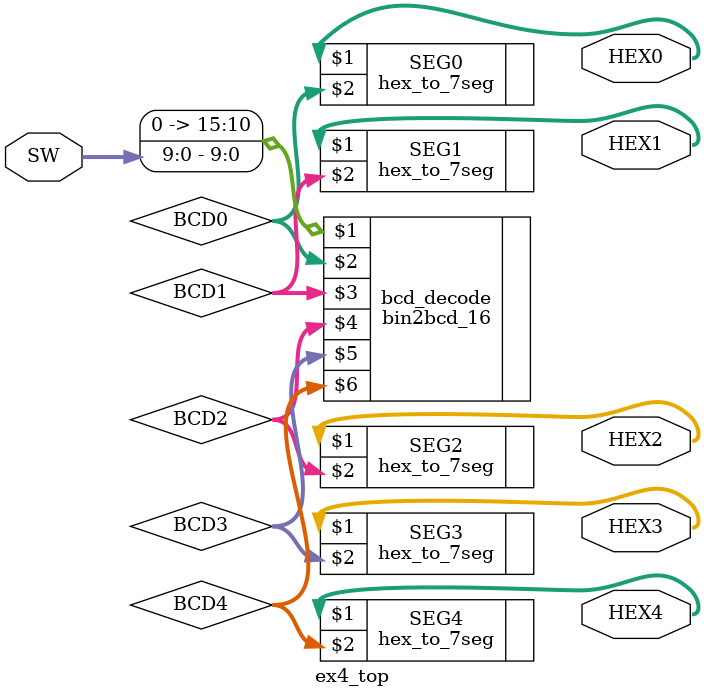
<source format=v>
module ex4_top (
    SW,
    HEX0, HEX1, HEX2, HEX3, HEX4,
);

    input  [9:0] SW;
    output [6:0] HEX0, HEX1, HEX2, HEX3, HEX4;
    wire   [3:0] BCD0, BCD1, BCD2, BCD3, BCD4;

    bin2bcd_16 bcd_decode({6'b0, SW[9:0]}, BCD0, BCD1, BCD2, BCD3, BCD4);

    hex_to_7seg SEG0(HEX0, BCD0);
    hex_to_7seg SEG1(HEX1, BCD1);
    hex_to_7seg SEG2(HEX2, BCD2);
    hex_to_7seg SEG3(HEX3, BCD3);
    hex_to_7seg SEG4(HEX4, BCD4);

endmodule


</source>
